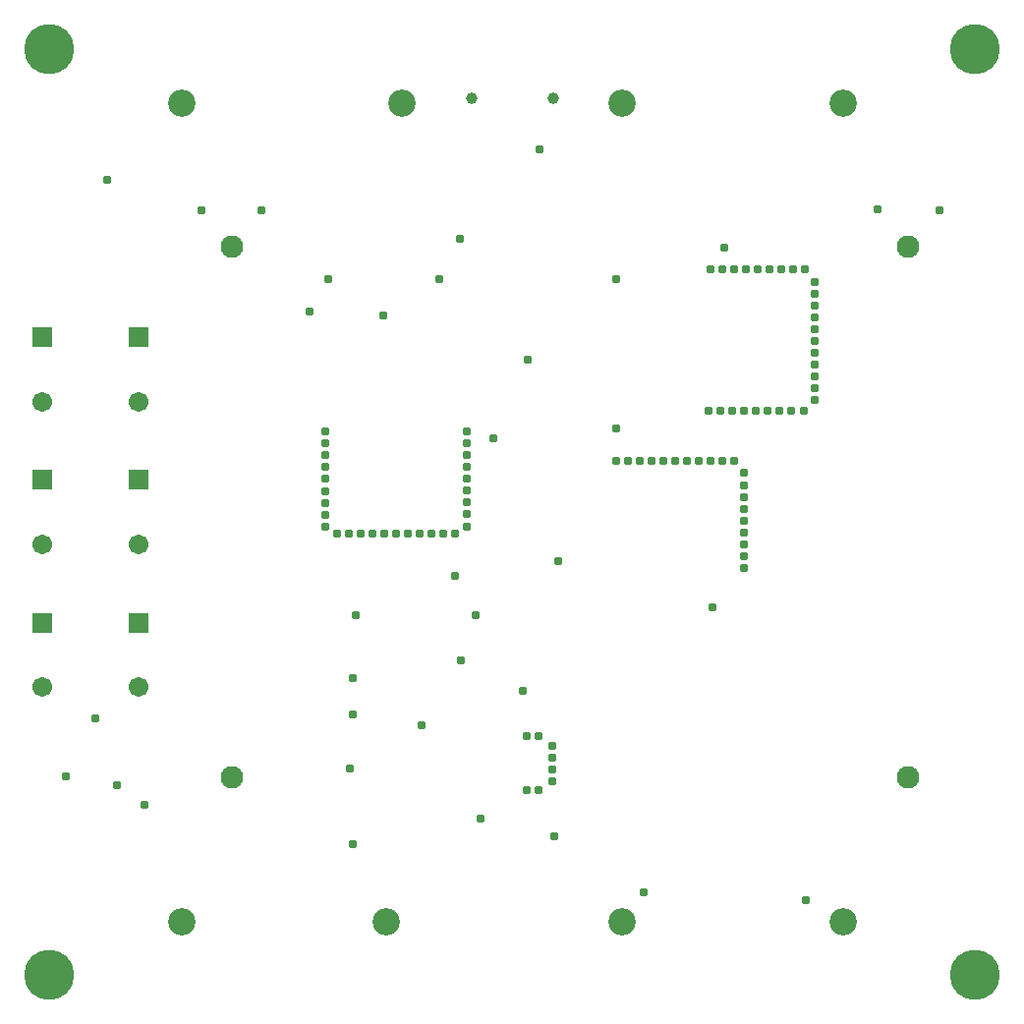
<source format=gbs>
G04*
G04 #@! TF.GenerationSoftware,Altium Limited,Altium Designer,24.0.1 (36)*
G04*
G04 Layer_Color=16711935*
%FSLAX25Y25*%
%MOIN*%
G70*
G04*
G04 #@! TF.SameCoordinates,EC2407A8-7C3A-46FB-840E-4377B73232B9*
G04*
G04*
G04 #@! TF.FilePolarity,Negative*
G04*
G01*
G75*
%ADD65C,0.09245*%
%ADD66C,0.07608*%
%ADD67C,0.03950*%
%ADD68C,0.06741*%
%ADD69R,0.06741X0.06741*%
%ADD70C,0.17000*%
%ADD71C,0.03100*%
D65*
X-1201Y-316195D02*
D03*
X-81204D02*
D03*
X73603D02*
D03*
X-150807D02*
D03*
X-150806Y-38480D02*
D03*
X-76003D02*
D03*
X-1200D02*
D03*
X73603D02*
D03*
D66*
X-133785Y-87200D02*
D03*
Y-267200D02*
D03*
X95599D02*
D03*
Y-87200D02*
D03*
D67*
X-24858Y-36800D02*
D03*
X-52259D02*
D03*
D68*
X-165200Y-236611D02*
D03*
Y-188211D02*
D03*
X-198000Y-236611D02*
D03*
Y-188211D02*
D03*
X-165200Y-139811D02*
D03*
X-198000D02*
D03*
D69*
X-165200Y-214800D02*
D03*
Y-166400D02*
D03*
X-198000Y-214800D02*
D03*
Y-166400D02*
D03*
X-165200Y-118000D02*
D03*
X-198000D02*
D03*
D70*
X-195585Y-334126D02*
D03*
Y-20200D02*
D03*
X118402D02*
D03*
Y-334126D02*
D03*
D71*
X-29300Y-54300D02*
D03*
X-58082Y-198813D02*
D03*
X-92845Y-246040D02*
D03*
Y-233579D02*
D03*
X5968Y-306400D02*
D03*
X61135Y-308909D02*
D03*
X-69323Y-249441D02*
D03*
X-33200Y-125406D02*
D03*
X-101010Y-98144D02*
D03*
X-82278Y-110601D02*
D03*
X29272Y-209726D02*
D03*
X-51070Y-212197D02*
D03*
X-24475Y-287167D02*
D03*
X-23073Y-193818D02*
D03*
X-45185Y-152223D02*
D03*
X-3403Y-148953D02*
D03*
X-55881Y-227468D02*
D03*
X33184Y-87536D02*
D03*
X-56288Y-84541D02*
D03*
X-180040Y-247390D02*
D03*
X-3403Y-98144D02*
D03*
X-63503Y-98168D02*
D03*
X-107485Y-109077D02*
D03*
X-172741Y-269966D02*
D03*
X-91823Y-212200D02*
D03*
X106456Y-74738D02*
D03*
X85392Y-74628D02*
D03*
X-123733Y-75019D02*
D03*
X-144029Y-75010D02*
D03*
X-29823Y-253094D02*
D03*
X-33760D02*
D03*
X-25032Y-256568D02*
D03*
Y-260596D02*
D03*
Y-264536D02*
D03*
Y-268564D02*
D03*
X-33760Y-271704D02*
D03*
X-29823D02*
D03*
X-3403Y-159901D02*
D03*
X520D02*
D03*
X4578D02*
D03*
X8576D02*
D03*
X12573D02*
D03*
X16601D02*
D03*
X24566D02*
D03*
X20570D02*
D03*
X28593D02*
D03*
X32533D02*
D03*
X36561D02*
D03*
X39955Y-163918D02*
D03*
X39941Y-168118D02*
D03*
X39955Y-172118D02*
D03*
Y-176116D02*
D03*
X40000Y-180145D02*
D03*
Y-184237D02*
D03*
X40014Y-188145D02*
D03*
Y-192197D02*
D03*
X40007Y-196207D02*
D03*
X28044Y-143039D02*
D03*
X32054Y-143046D02*
D03*
X36106D02*
D03*
X40014Y-143032D02*
D03*
X44106D02*
D03*
X48135Y-142986D02*
D03*
X52133D02*
D03*
X56133Y-142972D02*
D03*
X60333Y-142986D02*
D03*
X63900Y-139197D02*
D03*
Y-135170D02*
D03*
Y-131230D02*
D03*
Y-127202D02*
D03*
Y-123207D02*
D03*
Y-119237D02*
D03*
Y-115209D02*
D03*
Y-111212D02*
D03*
Y-107215D02*
D03*
Y-103156D02*
D03*
Y-99233D02*
D03*
X60800Y-94797D02*
D03*
X56600Y-94784D02*
D03*
X52600Y-94797D02*
D03*
X48603D02*
D03*
X44574Y-94843D02*
D03*
X40481D02*
D03*
X36573Y-94857D02*
D03*
X28511Y-94850D02*
D03*
X32521Y-94857D02*
D03*
X-93646Y-264209D02*
D03*
X-163292Y-276497D02*
D03*
X-49376Y-281216D02*
D03*
X-58008Y-184600D02*
D03*
X-61932D02*
D03*
X-65990D02*
D03*
X-69988D02*
D03*
X-73985D02*
D03*
X-78013D02*
D03*
X-81982D02*
D03*
X-85978D02*
D03*
X-90005D02*
D03*
X-93945D02*
D03*
X-54098Y-149911D02*
D03*
X-54105Y-153921D02*
D03*
Y-157973D02*
D03*
X-54092Y-161881D02*
D03*
Y-165974D02*
D03*
X-54046Y-170003D02*
D03*
Y-174000D02*
D03*
X-54032Y-178000D02*
D03*
X-54046Y-182200D02*
D03*
X-97973Y-184600D02*
D03*
X-101948Y-182289D02*
D03*
X-101934Y-178089D02*
D03*
X-101948Y-174089D02*
D03*
Y-170092D02*
D03*
X-101993Y-166063D02*
D03*
Y-161970D02*
D03*
X-102007Y-158062D02*
D03*
Y-154010D02*
D03*
X-189909Y-266912D02*
D03*
X-35138Y-238000D02*
D03*
X-102000Y-150000D02*
D03*
X-176000Y-64457D02*
D03*
X-92794Y-289745D02*
D03*
M02*

</source>
